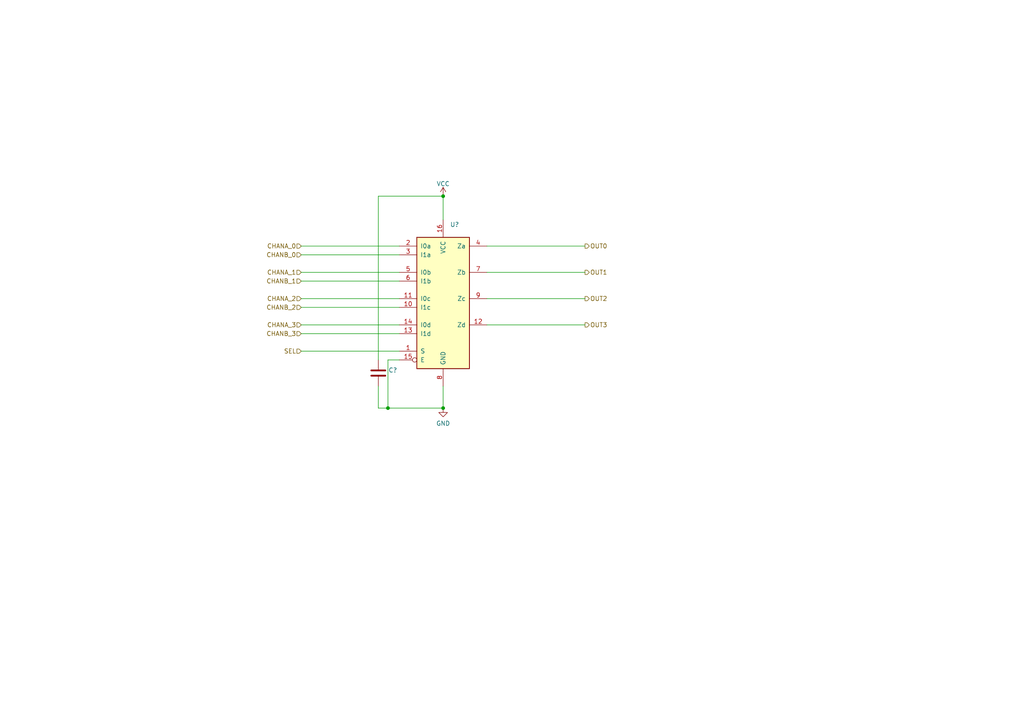
<source format=kicad_sch>
(kicad_sch (version 20211123) (generator eeschema)
  (paper "A4")
  (lib_symbols
    (symbol "74xx:74LS157" (pin_names (offset 1.016))
      (property "Reference" "U" (at -7.62 19.05 0))
      (property "Value" "74LS157" (at -7.62 -21.59 0))
      (symbol "74LS157_1_0"
        (pin input line (at -12.7 -15.24 0) (length 5.08) (name "S") (number "1"))
        (pin input line (at -12.7 -2.54 0) (length 5.08) (name "I1c") (number "10"))
        (pin input line (at -12.7 0 0) (length 5.08) (name "I0c") (number "11"))
        (pin output line (at 12.7 -7.62 180) (length 5.08) (name "Zd") (number "12"))
        (pin input line (at -12.7 -10.16 0) (length 5.08) (name "I1d") (number "13"))
        (pin input line (at -12.7 -7.62 0) (length 5.08) (name "I0d") (number "14"))
        (pin input inverted (at -12.7 -17.78 0) (length 5.08) (name "E") (number "15"))
        (pin power_in line (at 0 22.86 270) (length 5.08) (name "VCC") (number "16"))
        (pin input line (at -12.7 15.24 0) (length 5.08) (name "I0a") (number "2"))
        (pin input line (at -12.7 12.7 0) (length 5.08) (name "I1a") (number "3"))
        (pin output line (at 12.7 15.24 180) (length 5.08) (name "Za") (number "4"))
        (pin input line (at -12.7 7.62 0) (length 5.08) (name "I0b") (number "5"))
        (pin input line (at -12.7 5.08 0) (length 5.08) (name "I1b") (number "6"))
        (pin output line (at 12.7 7.62 180) (length 5.08) (name "Zb") (number "7"))
        (pin power_in line (at 0 -25.4 90) (length 5.08) (name "GND") (number "8"))
        (pin output line (at 12.7 0 180) (length 5.08) (name "Zc") (number "9"))
      )
      (symbol "74LS157_1_1"
        (rectangle (start -7.62 17.78) (end 7.62 -20.32) (stroke (width 0.254)) (fill (type background)))
      )
    )
    (symbol "Device:C" (pin_numbers hide) (pin_names (offset 0.254))
      (property "Reference" "C" (at 0.635 2.54 0))
      (property "Value" "C" (at 0.635 -2.54 0))
      (symbol "C_0_1"
        (polyline (pts (xy -2.032 -0.762) (xy 2.032 -0.762)) (stroke (width 0.508)))
        (polyline (pts (xy -2.032 0.762) (xy 2.032 0.762)) (stroke (width 0.508)))
      )
      (symbol "C_1_1"
        (pin passive line (at 0 3.81 270) (length 2.794) (name "~") (number "1"))
        (pin passive line (at 0 -3.81 90) (length 2.794) (name "~") (number "2"))
      )
    )
    (symbol "power:GND" (power) (pin_names (offset 0))
      (property "Value" "GND" (at 0 -3.81 0))
      (symbol "GND_0_1"
        (polyline (pts (xy 0 0) (xy 0 -1.27) (xy 1.27 -1.27) (xy 0 -2.54) (xy -1.27 -1.27) (xy 0 -1.27)))
      )
      (symbol "GND_1_1"
        (pin power_in line (at 0 0 270) (length 0) hide (name "GND") (number "1"))
      )
    )
    (symbol "power:VCC" (power) (pin_names (offset 0))
      (property "Value" "VCC" (at 0 3.81 0))
      (symbol "VCC_0_1"
        (polyline (pts (xy -0.762 1.27) (xy 0 2.54)))
        (polyline (pts (xy 0 0) (xy 0 2.54)))
        (polyline (pts (xy 0 2.54) (xy 0.762 1.27)))
      )
      (symbol "VCC_1_1"
        (pin power_in line (at 0 0 90) (length 0) hide (name "VCC") (number "1"))
      )
    )
  )
  (junction (at 128.524 118.364))
  (junction (at 112.522 118.364))
  (junction (at 128.524 56.896))
  (wire (pts (xy 87.376 94.234) (xy 115.824 94.234)))
  (wire (pts (xy 141.224 94.234) (xy 169.672 94.234)))
  (wire (pts (xy 87.376 86.614) (xy 115.824 86.614)))
  (wire (pts (xy 128.524 112.014) (xy 128.524 118.364)))
  (wire (pts (xy 141.224 71.374) (xy 169.672 71.374)))
  (wire (pts (xy 87.376 78.994) (xy 115.824 78.994)))
  (wire (pts (xy 141.224 86.614) (xy 169.672 86.614)))
  (wire (pts (xy 87.376 101.854) (xy 115.824 101.854)))
  (wire (pts (xy 87.376 71.374) (xy 115.824 71.374)))
  (wire (pts (xy 87.376 96.774) (xy 115.824 96.774)))
  (wire (pts (xy 87.376 81.534) (xy 115.824 81.534)))
  (wire (pts (xy 141.224 78.994) (xy 169.672 78.994)))
  (wire (pts (xy 115.824 104.394) (xy 112.522 104.394)))
  (wire (pts (xy 128.524 56.896) (xy 128.524 63.754)))
  (wire (pts (xy 128.524 118.364) (xy 112.522 118.364)))
  (wire (pts (xy 109.728 104.394) (xy 109.728 56.896)))
  (wire (pts (xy 87.376 89.154) (xy 115.824 89.154)))
  (wire (pts (xy 112.522 118.364) (xy 109.728 118.364)))
  (wire (pts (xy 112.522 104.394) (xy 112.522 118.364)))
  (wire (pts (xy 87.376 73.914) (xy 115.824 73.914)))
  (wire (pts (xy 109.728 118.364) (xy 109.728 112.014)))
  (wire (pts (xy 109.728 56.896) (xy 128.524 56.896)))
  (hierarchical_label "CHANA_0" (shape input) (at 87.376 71.374 180))
  (hierarchical_label "OUT0" (shape output) (at 169.672 71.374 0))
  (hierarchical_label "CHANB_2" (shape input) (at 87.376 89.154 180))
  (hierarchical_label "OUT1" (shape output) (at 169.672 78.994 0))
  (hierarchical_label "CHANA_3" (shape input) (at 87.376 94.234 180))
  (hierarchical_label "CHANA_1" (shape input) (at 87.376 78.994 180))
  (hierarchical_label "CHANB_3" (shape input) (at 87.376 96.774 180))
  (hierarchical_label "SEL" (shape input) (at 87.376 101.854 180))
  (hierarchical_label "CHANB_1" (shape input) (at 87.376 81.534 180))
  (hierarchical_label "OUT2" (shape output) (at 169.672 86.614 0))
  (hierarchical_label "CHANA_2" (shape input) (at 87.376 86.614 180))
  (hierarchical_label "OUT3" (shape output) (at 169.672 94.234 0))
  (hierarchical_label "CHANB_0" (shape input) (at 87.376 73.914 180))
  (symbol (lib_id "power:GND") (at 128.524 118.364 0) (unit 1)
    (property "Reference" "#PWR?" (effects hide))
  )
  (symbol (lib_id "power:VCC") (at 128.524 56.896 0) (unit 1)
    (property "Reference" "#PWR?" (effects hide))
  )
  (symbol (lib_id "74xx:74LS157") (at 128.524 86.614 0) (unit 1)
    (property "Reference" "U?" (at 130.5434 65.1342 0) (effects (justify left)))
    (property "Datasheet" "http://www.ti.com/lit/gpn/sn74LS157" (effects hide))
  )
  (symbol (lib_id "Device:C") (at 109.728 108.204 0) (unit 1)
    (property "Reference" "C?" (at 112.649 107.3693 0) (effects (justify left)))
  )
)
</source>
